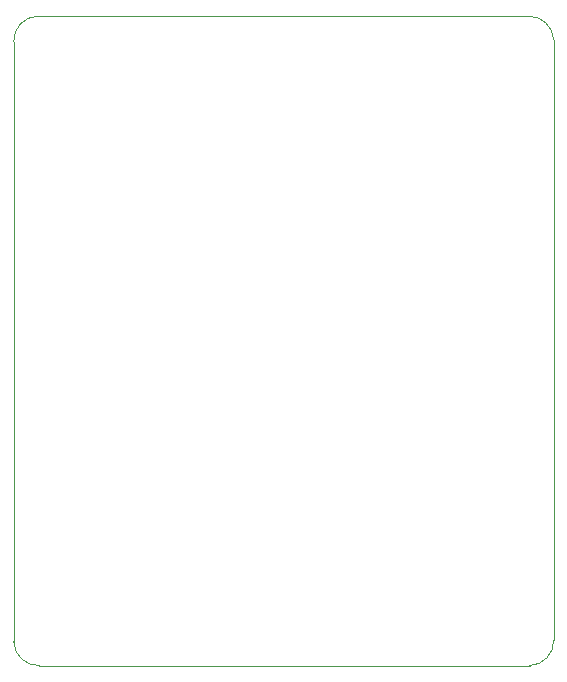
<source format=gbr>
%TF.GenerationSoftware,Altium Limited,Altium Designer,20.0.10 (225)*%
G04 Layer_Color=0*
%FSLAX26Y26*%
%MOIN*%
%TF.FileFunction,Profile,NP*%
%TF.Part,Single*%
G01*
G75*
%TA.AperFunction,Profile*%
%ADD58C,0.001000*%
D58*
X3260000Y1080000D02*
Y3080000D01*
X3260000D01*
D02*
G02*
X3340000Y3165000I82500J2500D01*
G01*
X4975000D01*
D02*
G02*
X5060000Y3085000I2500J-82500D01*
G01*
X5060000Y3085000D01*
Y1085000D01*
D02*
G02*
X4980000Y1000000I-82500J-2500D01*
G01*
X3345000D01*
D02*
G02*
X3260000Y1080000I-2500J82500D01*
G01*
%TF.MD5,54f153c980ff0d873ce546de5013e3a7*%
M02*

</source>
